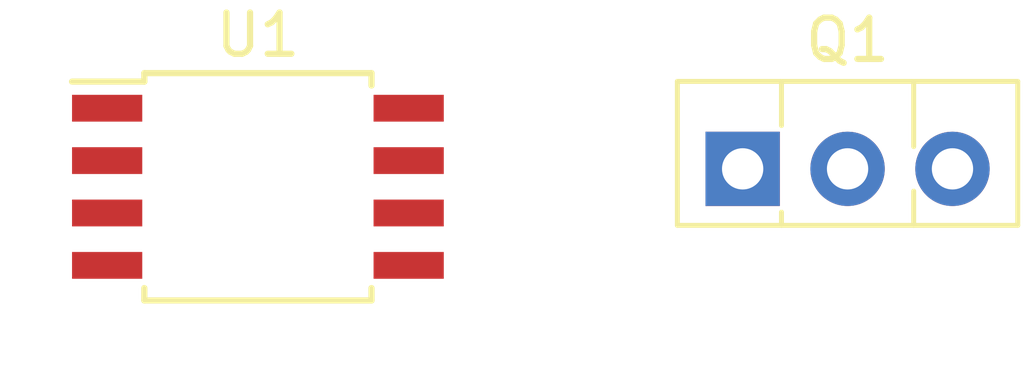
<source format=kicad_pcb>
(kicad_pcb (version 20171130) (host pcbnew 5.1.10)

  (general
    (thickness 1.6)
    (drawings 0)
    (tracks 0)
    (zones 0)
    (modules 2)
    (nets 11)
  )

  (page A4)
  (layers
    (0 F.Cu signal)
    (31 B.Cu signal)
    (32 B.Adhes user)
    (33 F.Adhes user)
    (34 B.Paste user)
    (35 F.Paste user)
    (36 B.SilkS user)
    (37 F.SilkS user)
    (38 B.Mask user)
    (39 F.Mask user)
    (40 Dwgs.User user)
    (41 Cmts.User user)
    (42 Eco1.User user)
    (43 Eco2.User user)
    (44 Edge.Cuts user)
    (45 Margin user)
    (46 B.CrtYd user)
    (47 F.CrtYd user)
    (48 B.Fab user)
    (49 F.Fab user)
  )

  (setup
    (last_trace_width 0.25)
    (trace_clearance 0.2)
    (zone_clearance 0.508)
    (zone_45_only no)
    (trace_min 0.2)
    (via_size 0.8)
    (via_drill 0.4)
    (via_min_size 0.4)
    (via_min_drill 0.3)
    (uvia_size 0.3)
    (uvia_drill 0.1)
    (uvias_allowed no)
    (uvia_min_size 0.2)
    (uvia_min_drill 0.1)
    (edge_width 0.05)
    (segment_width 0.2)
    (pcb_text_width 0.3)
    (pcb_text_size 1.5 1.5)
    (mod_edge_width 0.12)
    (mod_text_size 1 1)
    (mod_text_width 0.15)
    (pad_size 1.524 1.524)
    (pad_drill 0.762)
    (pad_to_mask_clearance 0)
    (aux_axis_origin 0 0)
    (visible_elements FFFFFF7F)
    (pcbplotparams
      (layerselection 0x010fc_ffffffff)
      (usegerberextensions false)
      (usegerberattributes true)
      (usegerberadvancedattributes true)
      (creategerberjobfile true)
      (excludeedgelayer true)
      (linewidth 0.100000)
      (plotframeref false)
      (viasonmask false)
      (mode 1)
      (useauxorigin false)
      (hpglpennumber 1)
      (hpglpenspeed 20)
      (hpglpendiameter 15.000000)
      (psnegative false)
      (psa4output false)
      (plotreference true)
      (plotvalue true)
      (plotinvisibletext false)
      (padsonsilk false)
      (subtractmaskfromsilk false)
      (outputformat 1)
      (mirror false)
      (drillshape 1)
      (scaleselection 1)
      (outputdirectory ""))
  )

  (net 0 "")
  (net 1 "Net-(Q1-Pad3)")
  (net 2 "Net-(LS1-Pad1)")
  (net 3 +3V3)
  (net 4 "Net-(R1-Pad2)")
  (net 5 "Net-(U1-Pad6)")
  (net 6 "Net-(SW1-Pad1)")
  (net 7 GND)
  (net 8 "Net-(JP2-Pad1)")
  (net 9 "Net-(JP1-Pad1)")
  (net 10 "Net-(U1-Pad1)")

  (net_class Default "This is the default net class."
    (clearance 0.2)
    (trace_width 0.25)
    (via_dia 0.8)
    (via_drill 0.4)
    (uvia_dia 0.3)
    (uvia_drill 0.1)
    (add_net +3V3)
    (add_net GND)
    (add_net "Net-(JP1-Pad1)")
    (add_net "Net-(JP2-Pad1)")
    (add_net "Net-(LS1-Pad1)")
    (add_net "Net-(Q1-Pad3)")
    (add_net "Net-(R1-Pad2)")
    (add_net "Net-(SW1-Pad1)")
    (add_net "Net-(U1-Pad1)")
    (add_net "Net-(U1-Pad6)")
  )

  (module Package_SO:SOIJ-8_5.3x5.3mm_P1.27mm (layer F.Cu) (tedit 5A02F2D3) (tstamp 60FA307E)
    (at 56.845001 38.535001)
    (descr "8-Lead Plastic Small Outline (SM) - Medium, 5.28 mm Body [SOIC] (see Microchip Packaging Specification 00000049BS.pdf)")
    (tags "SOIC 1.27")
    (path /60F88ECD)
    (attr smd)
    (fp_text reference U1 (at 0 -3.68) (layer F.SilkS)
      (effects (font (size 1 1) (thickness 0.15)))
    )
    (fp_text value ATtiny85V-10SU (at 0 3.68) (layer F.Fab)
      (effects (font (size 1 1) (thickness 0.15)))
    )
    (fp_text user %R (at 0 0) (layer F.Fab)
      (effects (font (size 1 1) (thickness 0.15)))
    )
    (fp_line (start -1.65 -2.65) (end 2.65 -2.65) (layer F.Fab) (width 0.15))
    (fp_line (start 2.65 -2.65) (end 2.65 2.65) (layer F.Fab) (width 0.15))
    (fp_line (start 2.65 2.65) (end -2.65 2.65) (layer F.Fab) (width 0.15))
    (fp_line (start -2.65 2.65) (end -2.65 -1.65) (layer F.Fab) (width 0.15))
    (fp_line (start -2.65 -1.65) (end -1.65 -2.65) (layer F.Fab) (width 0.15))
    (fp_line (start -4.75 -2.95) (end -4.75 2.95) (layer F.CrtYd) (width 0.05))
    (fp_line (start 4.75 -2.95) (end 4.75 2.95) (layer F.CrtYd) (width 0.05))
    (fp_line (start -4.75 -2.95) (end 4.75 -2.95) (layer F.CrtYd) (width 0.05))
    (fp_line (start -4.75 2.95) (end 4.75 2.95) (layer F.CrtYd) (width 0.05))
    (fp_line (start -2.75 -2.755) (end -2.75 -2.55) (layer F.SilkS) (width 0.15))
    (fp_line (start 2.75 -2.755) (end 2.75 -2.455) (layer F.SilkS) (width 0.15))
    (fp_line (start 2.75 2.755) (end 2.75 2.455) (layer F.SilkS) (width 0.15))
    (fp_line (start -2.75 2.755) (end -2.75 2.455) (layer F.SilkS) (width 0.15))
    (fp_line (start -2.75 -2.755) (end 2.75 -2.755) (layer F.SilkS) (width 0.15))
    (fp_line (start -2.75 2.755) (end 2.75 2.755) (layer F.SilkS) (width 0.15))
    (fp_line (start -2.75 -2.55) (end -4.5 -2.55) (layer F.SilkS) (width 0.15))
    (pad 8 smd rect (at 3.65 -1.905) (size 1.7 0.65) (layers F.Cu F.Paste F.Mask)
      (net 3 +3V3))
    (pad 7 smd rect (at 3.65 -0.635) (size 1.7 0.65) (layers F.Cu F.Paste F.Mask)
      (net 4 "Net-(R1-Pad2)"))
    (pad 6 smd rect (at 3.65 0.635) (size 1.7 0.65) (layers F.Cu F.Paste F.Mask)
      (net 5 "Net-(U1-Pad6)"))
    (pad 5 smd rect (at 3.65 1.905) (size 1.7 0.65) (layers F.Cu F.Paste F.Mask)
      (net 6 "Net-(SW1-Pad1)"))
    (pad 4 smd rect (at -3.65 1.905) (size 1.7 0.65) (layers F.Cu F.Paste F.Mask)
      (net 7 GND))
    (pad 3 smd rect (at -3.65 0.635) (size 1.7 0.65) (layers F.Cu F.Paste F.Mask)
      (net 8 "Net-(JP2-Pad1)"))
    (pad 2 smd rect (at -3.65 -0.635) (size 1.7 0.65) (layers F.Cu F.Paste F.Mask)
      (net 9 "Net-(JP1-Pad1)"))
    (pad 1 smd rect (at -3.65 -1.905) (size 1.7 0.65) (layers F.Cu F.Paste F.Mask)
      (net 10 "Net-(U1-Pad1)"))
    (model ${KISYS3DMOD}/Package_SO.3dshapes/SOIJ-8_5.3x5.3mm_P1.27mm.wrl
      (at (xyz 0 0 0))
      (scale (xyz 1 1 1))
      (rotate (xyz 0 0 0))
    )
  )

  (module Package_TO_SOT_THT:TO-126-3_Vertical (layer F.Cu) (tedit 5AC8BA0D) (tstamp 60FA3061)
    (at 68.58 38.1)
    (descr "TO-126-3, Vertical, RM 2.54mm, see https://www.diodes.com/assets/Package-Files/TO126.pdf")
    (tags "TO-126-3 Vertical RM 2.54mm")
    (path /60F33991)
    (fp_text reference Q1 (at 2.54 -3.12) (layer F.SilkS)
      (effects (font (size 1 1) (thickness 0.15)))
    )
    (fp_text value BD140 (at 2.54 2.5) (layer F.Fab)
      (effects (font (size 1 1) (thickness 0.15)))
    )
    (fp_text user %R (at 2.54 -3.12) (layer F.Fab)
      (effects (font (size 1 1) (thickness 0.15)))
    )
    (fp_line (start -1.46 -2) (end -1.46 1.25) (layer F.Fab) (width 0.1))
    (fp_line (start -1.46 1.25) (end 6.54 1.25) (layer F.Fab) (width 0.1))
    (fp_line (start 6.54 1.25) (end 6.54 -2) (layer F.Fab) (width 0.1))
    (fp_line (start 6.54 -2) (end -1.46 -2) (layer F.Fab) (width 0.1))
    (fp_line (start 0.94 -2) (end 0.94 1.25) (layer F.Fab) (width 0.1))
    (fp_line (start 4.14 -2) (end 4.14 1.25) (layer F.Fab) (width 0.1))
    (fp_line (start -1.58 -2.12) (end 6.66 -2.12) (layer F.SilkS) (width 0.12))
    (fp_line (start -1.58 1.37) (end 6.66 1.37) (layer F.SilkS) (width 0.12))
    (fp_line (start -1.58 -2.12) (end -1.58 1.37) (layer F.SilkS) (width 0.12))
    (fp_line (start 6.66 -2.12) (end 6.66 1.37) (layer F.SilkS) (width 0.12))
    (fp_line (start 0.94 -2.12) (end 0.94 -1.05) (layer F.SilkS) (width 0.12))
    (fp_line (start 0.94 1.05) (end 0.94 1.37) (layer F.SilkS) (width 0.12))
    (fp_line (start 4.141 -2.12) (end 4.141 -0.54) (layer F.SilkS) (width 0.12))
    (fp_line (start 4.141 0.54) (end 4.141 1.37) (layer F.SilkS) (width 0.12))
    (fp_line (start -1.71 -2.25) (end -1.71 1.5) (layer F.CrtYd) (width 0.05))
    (fp_line (start -1.71 1.5) (end 6.79 1.5) (layer F.CrtYd) (width 0.05))
    (fp_line (start 6.79 1.5) (end 6.79 -2.25) (layer F.CrtYd) (width 0.05))
    (fp_line (start 6.79 -2.25) (end -1.71 -2.25) (layer F.CrtYd) (width 0.05))
    (pad 3 thru_hole oval (at 5.08 0) (size 1.8 1.8) (drill 1) (layers *.Cu *.Mask)
      (net 1 "Net-(Q1-Pad3)"))
    (pad 2 thru_hole oval (at 2.54 0) (size 1.8 1.8) (drill 1) (layers *.Cu *.Mask)
      (net 2 "Net-(LS1-Pad1)"))
    (pad 1 thru_hole rect (at 0 0) (size 1.8 1.8) (drill 1) (layers *.Cu *.Mask)
      (net 3 +3V3))
    (model ${KISYS3DMOD}/Package_TO_SOT_THT.3dshapes/TO-126-3_Vertical.wrl
      (at (xyz 0 0 0))
      (scale (xyz 1 1 1))
      (rotate (xyz 0 0 0))
    )
  )

)

</source>
